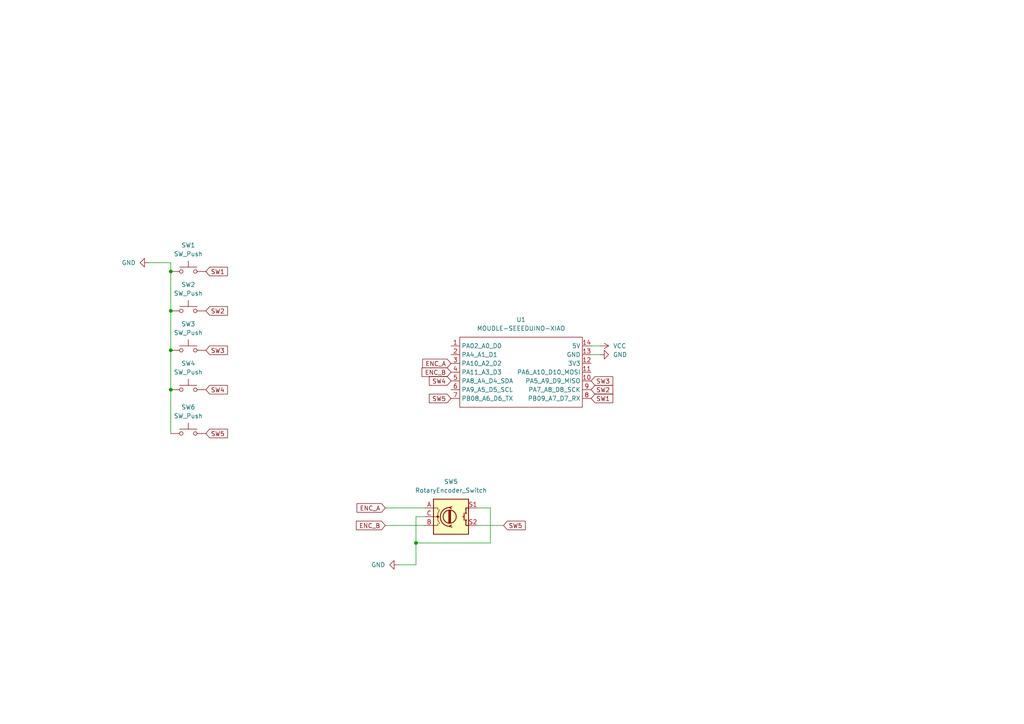
<source format=kicad_sch>
(kicad_sch (version 20231120) (generator "eeschema") (generator_version "8.0")
  (paper "A4")
  (lib_symbols
    (symbol "Device:RotaryEncoder_Switch" (pin_names (offset 0.254) hide)
      (property "Reference" "SW" (at 0 6.604 0))
      (property "Value" "RotaryEncoder_Switch" (at 0 -6.604 0))
      (symbol "RotaryEncoder_Switch_0_1"
        (rectangle (start -5.08 5.08) (end 5.08 -5.08) (stroke (width 0.254)) (fill (type background)))
        (circle (center -3.81 0) (radius 0.254) (fill (type outline)))
        (circle (center -0.381 0) (radius 1.905) (stroke (width 0.254)))
        (arc (start -0.381 2.667) (mid -3.0988 -0.0635) (end -0.381 -2.794) (stroke (width 0.254)))
        (polyline (pts (xy -0.635 -1.778) (xy -0.635 1.778)) (stroke (width 0.254)))
        (polyline (pts (xy -0.381 -1.778) (xy -0.381 1.778)) (stroke (width 0.254)))
        (polyline (pts (xy -0.127 1.778) (xy -0.127 -1.778)) (stroke (width 0.254)))
        (polyline (pts (xy 3.81 0) (xy 3.429 0)) (stroke (width 0.254)))
        (polyline (pts (xy 3.81 1.016) (xy 3.81 -1.016)) (stroke (width 0.254)))
        (polyline (pts (xy -5.08 -2.54) (xy -3.81 -2.54) (xy -3.81 -2.032)))
        (polyline (pts (xy -5.08 2.54) (xy -3.81 2.54) (xy -3.81 2.032)))
        (polyline (pts (xy 0.254 -3.048) (xy -0.508 -2.794) (xy 0.127 -2.413)) (stroke (width 0.254)))
        (polyline (pts (xy 0.254 2.921) (xy -0.508 2.667) (xy 0.127 2.286)) (stroke (width 0.254)))
        (polyline (pts (xy 5.08 -2.54) (xy 4.318 -2.54) (xy 4.318 -1.016)) (stroke (width 0.254)))
        (polyline (pts (xy 5.08 2.54) (xy 4.318 2.54) (xy 4.318 1.016)) (stroke (width 0.254)))
        (polyline (pts (xy -5.08 0) (xy -3.81 0) (xy -3.81 -1.016) (xy -3.302 -2.032)))
        (polyline (pts (xy -4.318 0) (xy -3.81 0) (xy -3.81 1.016) (xy -3.302 2.032)))
        (circle (center 4.318 -1.016) (radius 0.127) (stroke (width 0.254)))
        (circle (center 4.318 1.016) (radius 0.127) (stroke (width 0.254)))
      )
      (symbol "RotaryEncoder_Switch_1_1"
        (pin passive line (at -7.62 2.54 0) (length 2.54) (name "A") (number "A"))
        (pin passive line (at -7.62 -2.54 0) (length 2.54) (name "B") (number "B"))
        (pin passive line (at -7.62 0 0) (length 2.54) (name "C") (number "C"))
        (pin passive line (at 7.62 2.54 180) (length 2.54) (name "S1") (number "S1"))
        (pin passive line (at 7.62 -2.54 180) (length 2.54) (name "S2") (number "S2"))
      )
    )
    (symbol "Switch:SW_Push" (pin_numbers hide) (pin_names (offset 1.016) hide)
      (property "Reference" "SW" (at 1.27 2.54 0))
      (property "Value" "SW_Push" (at 0 -1.524 0))
      (symbol "SW_Push_0_1"
        (circle (center -2.032 0) (radius 0.508))
        (polyline (pts (xy 0 1.27) (xy 0 3.048)))
        (polyline (pts (xy 2.54 1.27) (xy -2.54 1.27)))
        (circle (center 2.032 0) (radius 0.508))
        (pin passive line (at -5.08 0 0) (length 2.54) (name "1") (number "1"))
        (pin passive line (at 5.08 0 180) (length 2.54) (name "2") (number "2"))
      )
    )
    (symbol "power:GND" (power) (pin_names (offset 0))
      (property "Value" "GND" (at 0 -3.81 0))
      (symbol "GND_0_1"
        (polyline (pts (xy 0 0) (xy 0 -1.27) (xy 1.27 -1.27) (xy 0 -2.54) (xy -1.27 -1.27) (xy 0 -1.27)))
      )
      (symbol "GND_1_1"
        (pin power_in line (at 0 0 270) (length 0) hide (name "GND") (number "1"))
      )
    )
    (symbol "power:VCC" (power) (pin_names (offset 0))
      (property "Value" "VCC" (at 0 3.81 0))
      (symbol "VCC_0_1"
        (polyline (pts (xy -0.762 1.27) (xy 0 2.54)))
        (polyline (pts (xy 0 0) (xy 0 2.54)))
        (polyline (pts (xy 0 2.54) (xy 0.762 1.27)))
      )
      (symbol "VCC_1_1"
        (pin power_in line (at 0 0 90) (length 0) hide (name "VCC") (number "1"))
      )
    )
    (symbol "seeed:MOUDLE-SEEEDUINO-XIAO"
      (property "Reference" "U" (at -16.51 11.43 0))
      (property "Value" "MOUDLE-SEEEDUINO-XIAO" (at -3.81 -11.43 0))
      (symbol "MOUDLE-SEEEDUINO-XIAO_0_1"
        (rectangle (start -16.51 10.16) (end 19.05 -10.16))
      )
      (symbol "MOUDLE-SEEEDUINO-XIAO_1_1"
        (pin passive line (at -19.05 7.62 0) (length 2.54) (name "PA02_A0_D0") (number "1"))
        (pin passive line (at 21.59 -2.54 180) (length 2.54) (name "PA5_A9_D9_MISO") (number "10"))
        (pin passive line (at 21.59 0 180) (length 2.54) (name "PA6_A10_D10_MOSI") (number "11"))
        (pin passive line (at 21.59 2.54 180) (length 2.54) (name "3V3") (number "12"))
        (pin passive line (at 21.59 5.08 180) (length 2.54) (name "GND") (number "13"))
        (pin passive line (at 21.59 7.62 180) (length 2.54) (name "5V") (number "14"))
        (pin passive line (at -19.05 5.08 0) (length 2.54) (name "PA4_A1_D1") (number "2"))
        (pin passive line (at -19.05 2.54 0) (length 2.54) (name "PA10_A2_D2") (number "3"))
        (pin passive line (at -19.05 0 0) (length 2.54) (name "PA11_A3_D3") (number "4"))
        (pin passive line (at -19.05 -2.54 0) (length 2.54) (name "PA8_A4_D4_SDA") (number "5"))
        (pin passive line (at -19.05 -5.08 0) (length 2.54) (name "PA9_A5_D5_SCL") (number "6"))
        (pin passive line (at -19.05 -7.62 0) (length 2.54) (name "PB08_A6_D6_TX") (number "7"))
        (pin passive line (at 21.59 -7.62 180) (length 2.54) (name "PB09_A7_D7_RX") (number "8"))
        (pin passive line (at 21.59 -5.08 180) (length 2.54) (name "PA7_A8_D8_SCK") (number "9"))
      )
    )
  )
  (junction (at 49.53 78.74))
  (junction (at 120.65 157.48))
  (junction (at 49.53 113.03))
  (junction (at 49.53 90.17))
  (junction (at 49.53 101.6))
  (wire (pts (xy 49.53 113.03) (xy 49.53 125.73)))
  (wire (pts (xy 49.53 101.6) (xy 49.53 113.03)))
  (wire (pts (xy 111.76 147.32) (xy 123.19 147.32)))
  (wire (pts (xy 49.53 78.74) (xy 49.53 90.17)))
  (wire (pts (xy 171.45 102.87) (xy 173.99 102.87)))
  (wire (pts (xy 43.18 76.2) (xy 49.53 76.2)))
  (wire (pts (xy 120.65 157.48) (xy 120.65 149.86)))
  (wire (pts (xy 115.57 163.83) (xy 120.65 163.83)))
  (wire (pts (xy 142.24 157.48) (xy 142.24 147.32)))
  (wire (pts (xy 142.24 147.32) (xy 138.43 147.32)))
  (wire (pts (xy 173.99 100.33) (xy 171.45 100.33)))
  (wire (pts (xy 146.05 152.4) (xy 138.43 152.4)))
  (wire (pts (xy 120.65 157.48) (xy 142.24 157.48)))
  (wire (pts (xy 49.53 78.74) (xy 49.53 76.2)))
  (wire (pts (xy 111.76 152.4) (xy 123.19 152.4)))
  (wire (pts (xy 49.53 90.17) (xy 49.53 101.6)))
  (wire (pts (xy 120.65 163.83) (xy 120.65 157.48)))
  (wire (pts (xy 120.65 149.86) (xy 123.19 149.86)))
  (global_label "SW5" (shape input) (at 59.69 125.73 0) (property "Intersheetrefs" "${INTERSHEET_REFS}" (effects (hide yes))))
  (global_label "SW1" (shape input) (at 59.69 78.74 0) (property "Intersheetrefs" "${INTERSHEET_REFS}" (effects (hide yes))))
  (global_label "SW4" (shape input) (at 59.69 113.03 0) (property "Intersheetrefs" "${INTERSHEET_REFS}" (effects (hide yes))))
  (global_label "SW2" (shape input) (at 171.45 113.03 0) (property "Intersheetrefs" "${INTERSHEET_REFS}" (effects (hide yes))))
  (global_label "ENC_B" (shape input) (at 130.81 107.95 180) (property "Intersheetrefs" "${INTERSHEET_REFS}" (effects (hide yes))))
  (global_label "SW4" (shape input) (at 130.81 110.49 180) (property "Intersheetrefs" "${INTERSHEET_REFS}" (effects (hide yes))))
  (global_label "SW3" (shape input) (at 171.45 110.49 0) (property "Intersheetrefs" "${INTERSHEET_REFS}" (effects (hide yes))))
  (global_label "SW1" (shape input) (at 171.45 115.57 0) (property "Intersheetrefs" "${INTERSHEET_REFS}" (effects (hide yes))))
  (global_label "ENC_A" (shape input) (at 111.76 147.32 180) (property "Intersheetrefs" "${INTERSHEET_REFS}" (effects (hide yes))))
  (global_label "SW5" (shape input) (at 130.81 115.57 180) (property "Intersheetrefs" "${INTERSHEET_REFS}" (effects (hide yes))))
  (global_label "SW3" (shape input) (at 59.69 101.6 0) (property "Intersheetrefs" "${INTERSHEET_REFS}" (effects (hide yes))))
  (global_label "ENC_B" (shape input) (at 111.76 152.4 180) (property "Intersheetrefs" "${INTERSHEET_REFS}" (effects (hide yes))))
  (global_label "SW2" (shape input) (at 59.69 90.17 0) (property "Intersheetrefs" "${INTERSHEET_REFS}" (effects (hide yes))))
  (global_label "ENC_A" (shape input) (at 130.81 105.41 180) (property "Intersheetrefs" "${INTERSHEET_REFS}" (effects (hide yes))))
  (global_label "SW5" (shape input) (at 146.05 152.4 0) (property "Intersheetrefs" "${INTERSHEET_REFS}" (effects (hide yes))))
  (symbol (lib_id "seeed:MOUDLE-SEEEDUINO-XIAO") (at 149.86 107.95 0) (unit 1)
    (property "Reference" "U1" (at 151.13 92.71 0))
    (property "Value" "MOUDLE-SEEEDUINO-XIAO" (at 151.13 95.25 0))
    (property "Footprint" "lib:MOUDLE14P-2.54-21X17.8MM" (effects (hide yes)))
  )
  (symbol (lib_id "Switch:SW_Push") (at 54.61 78.74 0) (unit 1)
    (property "Reference" "SW1" (at 54.61 71.12 0))
    (property "Value" "SW_Push" (at 54.61 73.66 0))
    (property "Footprint" "lib:SW_PG1350" (effects (hide yes)))
  )
  (symbol (lib_id "Switch:SW_Push") (at 54.61 113.03 0) (unit 1)
    (property "Reference" "SW4" (at 54.61 105.41 0))
    (property "Value" "SW_Push" (at 54.61 107.95 0))
    (property "Footprint" "lib:SW_PG1350" (effects (hide yes)))
  )
  (symbol (lib_id "Switch:SW_Push") (at 54.61 125.73 0) (unit 1)
    (property "Reference" "SW6" (at 54.61 118.11 0))
    (property "Value" "SW_Push" (at 54.61 120.65 0))
    (property "Footprint" "lib:SW_PG1350" (effects (hide yes)))
  )
  (symbol (lib_id "power:GND") (at 43.18 76.2 270) (unit 1)
    (property "Reference" "#PWR03" (effects (hide yes)))
    (property "Value" "GND" (at 39.37 76.2 90) (effects (justify right)))
  )
  (symbol (lib_id "Switch:SW_Push") (at 54.61 90.17 0) (unit 1)
    (property "Reference" "SW2" (at 54.61 82.55 0))
    (property "Value" "SW_Push" (at 54.61 85.09 0))
    (property "Footprint" "lib:SW_PG1350" (effects (hide yes)))
  )
  (symbol (lib_id "power:GND") (at 115.57 163.83 270) (unit 1)
    (property "Reference" "#PWR04" (effects (hide yes)))
    (property "Value" "GND" (at 111.76 163.83 90) (effects (justify right)))
  )
  (symbol (lib_id "Switch:SW_Push") (at 54.61 101.6 0) (unit 1)
    (property "Reference" "SW3" (at 54.61 93.98 0))
    (property "Value" "SW_Push" (at 54.61 96.52 0))
    (property "Footprint" "lib:SW_PG1350" (effects (hide yes)))
  )
  (symbol (lib_id "Device:RotaryEncoder_Switch") (at 130.81 149.86 0) (unit 1)
    (property "Reference" "SW5" (at 130.81 139.7 0))
    (property "Value" "RotaryEncoder_Switch" (at 130.81 142.24 0))
    (property "Footprint" "Rotary_Encoder:RotaryEncoder_Alps_EC11E-Switch_Vertical_H20mm" (effects (hide yes)))
  )
  (symbol (lib_id "power:GND") (at 173.99 102.87 90) (unit 1)
    (property "Reference" "#PWR01" (effects (hide yes)))
    (property "Value" "GND" (at 177.8 102.87 90) (effects (justify right)))
  )
  (symbol (lib_id "power:VCC") (at 173.99 100.33 270) (unit 1)
    (property "Reference" "#PWR02" (effects (hide yes)))
    (property "Value" "VCC" (at 177.8 100.33 90) (effects (justify left)))
  )
)
</source>
